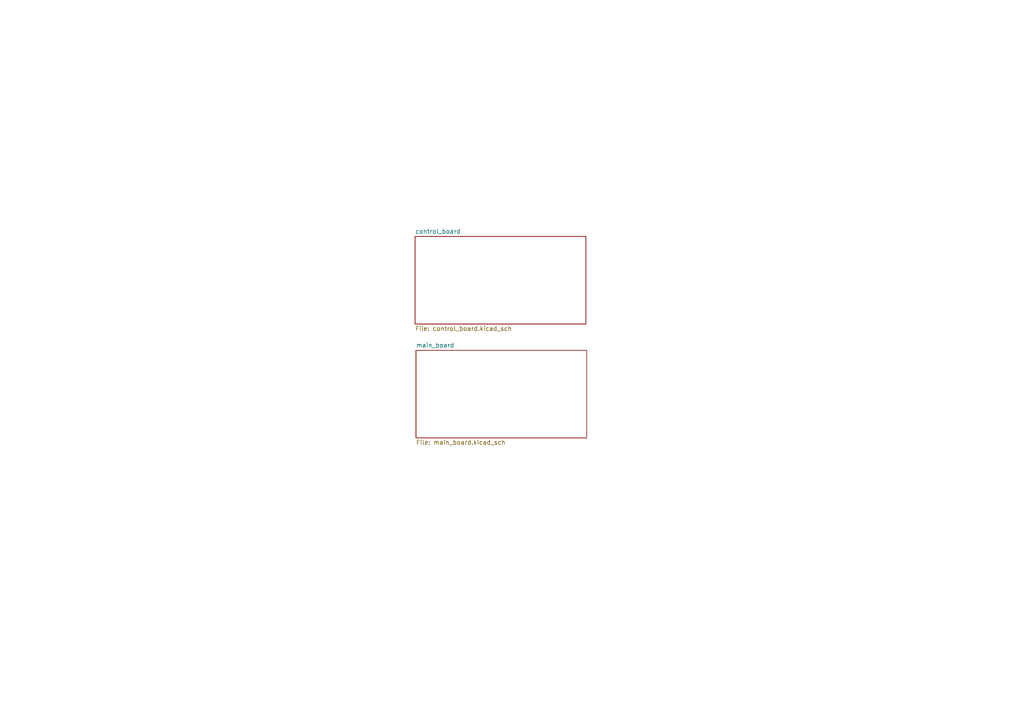
<source format=kicad_sch>
(kicad_sch
	(version 20231120)
	(generator "eeschema")
	(generator_version "8.0")
	(uuid "2f7519b7-a464-4b9f-91e0-21a5d70e6b42")
	(paper "A4")
	(lib_symbols)
	(sheet
		(at 120.65 101.6)
		(size 49.53 25.4)
		(fields_autoplaced yes)
		(stroke
			(width 0.1524)
			(type solid)
		)
		(fill
			(color 0 0 0 0.0000)
		)
		(uuid "5c46c0df-3d98-4b59-8321-b7e687d5efb0")
		(property "Sheetname" "main_board"
			(at 120.65 100.8884 0)
			(effects
				(font
					(size 1.27 1.27)
				)
				(justify left bottom)
			)
		)
		(property "Sheetfile" "main_board.kicad_sch"
			(at 120.65 127.5846 0)
			(effects
				(font
					(size 1.27 1.27)
				)
				(justify left top)
			)
		)
		(instances
			(project "quadulator"
				(path "/2f7519b7-a464-4b9f-91e0-21a5d70e6b42"
					(page "3")
				)
			)
		)
	)
	(sheet
		(at 120.396 68.58)
		(size 49.53 25.4)
		(fields_autoplaced yes)
		(stroke
			(width 0.1524)
			(type solid)
		)
		(fill
			(color 0 0 0 0.0000)
		)
		(uuid "e0bdb2ae-5594-47fe-9dc7-cf3946dbc9d0")
		(property "Sheetname" "control_board"
			(at 120.396 67.8684 0)
			(effects
				(font
					(size 1.27 1.27)
				)
				(justify left bottom)
			)
		)
		(property "Sheetfile" "control_board.kicad_sch"
			(at 120.396 94.5646 0)
			(effects
				(font
					(size 1.27 1.27)
				)
				(justify left top)
			)
		)
		(instances
			(project "quadulator"
				(path "/2f7519b7-a464-4b9f-91e0-21a5d70e6b42"
					(page "2")
				)
			)
		)
	)
	(sheet_instances
		(path "/"
			(page "1")
		)
	)
)

</source>
